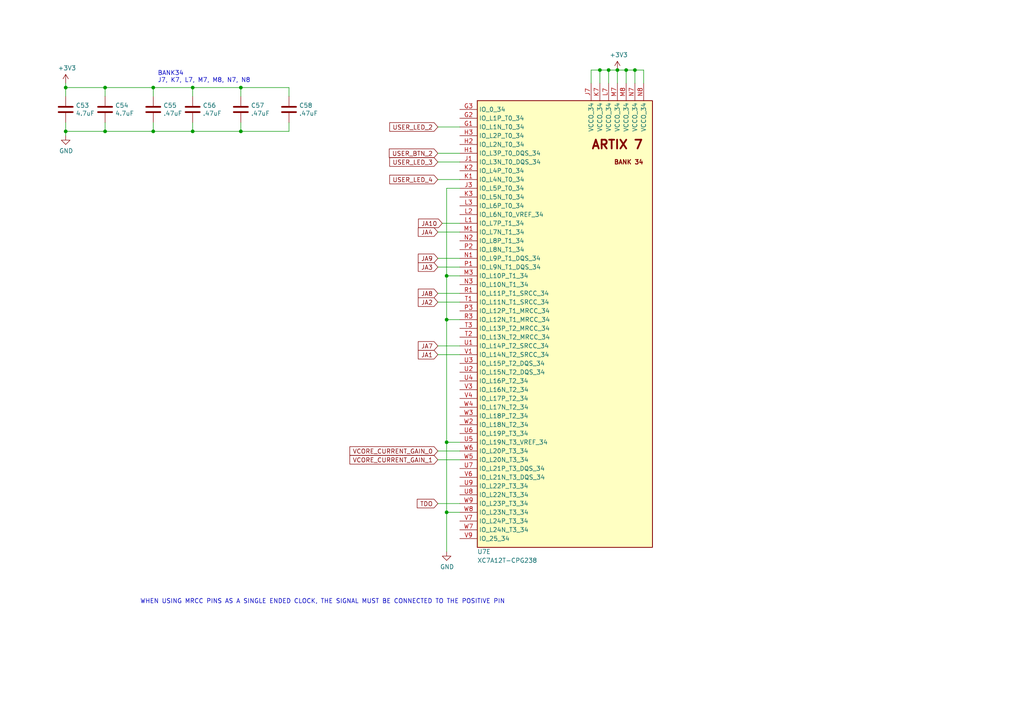
<source format=kicad_sch>
(kicad_sch (version 20230121) (generator eeschema)
  (paper "A4")
  (title_block (title "FOBOS Artix-7 a12t DUT - FPGA Part 2") (rev "1.0") (company "Cryptographic Engineering Research Group") (comment 1 "License: Apache License Version 2.0") (comment 2 "Copyright © Cryptographic Engineering Research Group") (comment 3 "Author: Jens-Peter Kaps, Eddie Ferrufino") (comment 4 "Project: FOBOS Artix-7 a12t DUT"))
  (lib_symbols
    (symbol "Device:C" (pin_numbers hide) (pin_names (offset 0.254))
      (property "Reference" "C" (at 0.635 2.54 0))
      (property "Value" "C" (at 0.635 -2.54 0))
      (symbol "C_0_1"
        (polyline (pts (xy -2.032 -0.762) (xy 2.032 -0.762)) (stroke (width 0.508)))
        (polyline (pts (xy -2.032 0.762) (xy 2.032 0.762)) (stroke (width 0.508)))
      )
      (symbol "C_1_1"
        (pin passive line (at 0 3.81 270) (length 2.794) (name "~") (number "1"))
        (pin passive line (at 0 -3.81 90) (length 2.794) (name "~") (number "2"))
      )
    )
    (symbol "cerg:XC7A12T-CPG238"
      (property "Reference" "U" (at 5.08 7.62 0))
      (property "Value" "XC7A12T-CPG238" (at 5.08 5.08 0))
      (symbol "XC7A12T-CPG238_1_0"
        (text "ARTIX 7" (at 30.48 -10.16 0) (effects (font (size 2.54 2.54) bold)))
        (text "POWER" (at 30.48 -15.24 0) (effects (font (size 1.27 1.27) bold)))
        (pin power_in line (at 0 -31.75 0) (length 5.08) (name "GND") (number "A1"))
        (pin power_in line (at 66.04 -36.83 180) (length 5.08) (name "GND") (number "A19"))
        (pin power_in line (at 66.04 -31.75 180) (length 5.08) (name "GND") (number "A3"))
        (pin power_in line (at 0 -34.29 0) (length 5.08) (name "GND") (number "A5"))
        (pin power_in line (at 66.04 -34.29 180) (length 5.08) (name "GND") (number "A7"))
        (pin power_in line (at 0 -36.83 0) (length 5.08) (name "GND") (number "A9"))
        (pin bidirectional line (at 0 -20.32 0) (length 5.08) (name "MGTAVTT") (number "B1"))
        (pin power_in line (at 0 -44.45 0) (length 5.08) (name "GND") (number "B14"))
        (pin power_in line (at 0 -39.37 0) (length 5.08) (name "GND") (number "B3"))
        (pin power_in line (at 66.04 -39.37 180) (length 5.08) (name "GND") (number "B5"))
        (pin power_in line (at 0 -41.91 0) (length 5.08) (name "GND") (number "B7"))
        (pin power_in line (at 66.04 -41.91 180) (length 5.08) (name "GND") (number "B9"))
        (pin power_in line (at 0 -7.62 0) (length 5.08) (name "MGTAVCC") (number "C1"))
        (pin power_in line (at 66.04 -49.53 180) (length 5.08) (name "GND") (number "C10"))
        (pin power_in line (at 0 -52.07 0) (length 5.08) (name "GND") (number "C19"))
        (pin power_in line (at 66.04 -44.45 180) (length 5.08) (name "GND") (number "C2"))
        (pin power_in line (at 0 -46.99 0) (length 5.08) (name "GND") (number "C3"))
        (pin power_in line (at 66.04 -46.99 180) (length 5.08) (name "GND") (number "C4"))
        (pin bidirectional line (at 0 -22.86 0) (length 5.08) (name "MGTAVTT") (number "C5"))
        (pin power_in line (at 0 -49.53 0) (length 5.08) (name "GND") (number "C6"))
        (pin power_in line (at 66.04 -52.07 180) (length 5.08) (name "GND") (number "D3"))
        (pin power_in line (at 0 -10.16 0) (length 5.08) (name "MGTAVCC") (number "E1"))
        (pin bidirectional line (at 0 -17.78 0) (length 5.08) (name "MGTAVTT") (number "E2"))
        (pin power_in line (at 0 -54.61 0) (length 5.08) (name "GND") (number "E3"))
        (pin power_in line (at 66.04 -54.61 180) (length 5.08) (name "GND") (number "F1"))
        (pin power_in line (at 0 -59.69 0) (length 5.08) (name "GND") (number "F18"))
        (pin power_in line (at 0 -57.15 0) (length 5.08) (name "GND") (number "F2"))
        (pin power_in line (at 66.04 -57.15 180) (length 5.08) (name "GND") (number "F3"))
        (pin power_in line (at 66.04 0 180) (length 5.08) (name "VCCINT") (number "G10"))
        (pin power_in line (at 0 -62.23 0) (length 5.08) (name "GND") (number "G11"))
        (pin bidirectional line (at 0 -25.4 0) (length 5.08) (name "MGTAVTT") (number "G7"))
        (pin power_in line (at 66.04 -59.69 180) (length 5.08) (name "GND") (number "G8"))
        (pin power_in line (at 0 -12.7 0) (length 5.08) (name "MGTAVCC") (number "G9"))
        (pin power_in line (at 66.04 -2.54 180) (length 5.08) (name "VCCINT") (number "H10"))
        (pin power_in line (at 66.04 -64.77 180) (length 5.08) (name "GND") (number "H11"))
        (pin power_in line (at 0 -67.31 0) (length 5.08) (name "GND") (number "H12"))
        (pin power_in line (at 0 0 0) (length 5.08) (name "VCCAUX") (number "H13"))
        (pin power_in line (at 66.04 -62.23 180) (length 5.08) (name "GND") (number "H7"))
        (pin power_in line (at 0 -64.77 0) (length 5.08) (name "GND") (number "H8"))
        (pin power_in line (at 0 -15.24 0) (length 5.08) (name "MGTAVCC") (number "H9"))
        (pin power_in line (at 66.04 -5.08 180) (length 5.08) (name "VCCINT") (number "J10"))
        (pin power_in line (at 0 -72.39 0) (length 5.08) (name "GND") (number "J11"))
        (pin power_in line (at 66.04 -72.39 180) (length 5.08) (name "GND") (number "J12"))
        (pin power_in line (at 0 -2.54 0) (length 5.08) (name "VCCAUX") (number "J13"))
        (pin power_in line (at 0 -74.93 0) (length 5.08) (name "GND") (number "J18"))
        (pin power_in line (at 66.04 -67.31 180) (length 5.08) (name "GND") (number "J2"))
        (pin power_in line (at 0 -69.85 0) (length 5.08) (name "GND") (number "J8"))
        (pin power_in line (at 66.04 -69.85 180) (length 5.08) (name "GND") (number "J9"))
        (pin power_in line (at 66.04 -74.93 180) (length 5.08) (name "GND") (number "K8"))
        (pin power_in line (at 66.04 -7.62 180) (length 5.08) (name "VCCINT") (number "L10"))
        (pin power_in line (at 0 -80.01 0) (length 5.08) (name "GND") (number "L11"))
        (pin power_in line (at 0 -77.47 0) (length 5.08) (name "GND") (number "L8"))
        (pin power_in line (at 66.04 -77.47 180) (length 5.08) (name "GND") (number "L9"))
        (pin power_in line (at 66.04 -10.16 180) (length 5.08) (name "VCCINT") (number "M10"))
        (pin power_in line (at 66.04 -19.05 180) (length 5.08) (name "VCCBRAM") (number "M11"))
        (pin power_in line (at 66.04 -82.55 180) (length 5.08) (name "GND") (number "M18"))
        (pin power_in line (at 66.04 -80.01 180) (length 5.08) (name "GND") (number "M2"))
        (pin power_in line (at 0 -82.55 0) (length 5.08) (name "GND") (number "M9"))
        (pin power_in line (at 66.04 -12.7 180) (length 5.08) (name "VCCINT") (number "N10"))
        (pin power_in line (at 66.04 -16.51 180) (length 5.08) (name "VCCBRAM") (number "N11"))
        (pin power_in line (at 66.04 -85.09 180) (length 5.08) (name "GND") (number "N12"))
        (pin power_in line (at 0 -85.09 0) (length 5.08) (name "GND") (number "N9"))
        (pin power_in line (at 66.04 -87.63 180) (length 5.08) (name "GND") (number "R18"))
        (pin power_in line (at 0 -87.63 0) (length 5.08) (name "GND") (number "R2"))
        (pin power_in line (at 66.04 -92.71 180) (length 5.08) (name "GND") (number "V12"))
        (pin power_in line (at 0 -95.25 0) (length 5.08) (name "GND") (number "V15"))
        (pin power_in line (at 66.04 -95.25 180) (length 5.08) (name "GND") (number "V18"))
        (pin power_in line (at 0 -90.17 0) (length 5.08) (name "GND") (number "V2"))
        (pin power_in line (at 66.04 -90.17 180) (length 5.08) (name "GND") (number "V5"))
        (pin power_in line (at 0 -92.71 0) (length 5.08) (name "GND") (number "V8"))
        (pin power_in line (at 0 -97.79 0) (length 5.08) (name "GND") (number "W1"))
        (pin power_in line (at 66.04 -97.79 180) (length 5.08) (name "GND") (number "W19"))
      )
      (symbol "XC7A12T-CPG238_1_1"
        (rectangle (start 5.08 -100.33) (end 60.96 2.54) (stroke (width 0.254)) (fill (type background)))
      )
      (symbol "XC7A12T-CPG238_2_0"
        (text "ARTIX 7" (at 53.34 -10.16 0) (effects (font (size 2.54 2.54) bold) (justify right)))
        (text "BANK 0" (at 53.34 -15.24 0) (effects (font (size 1.27 1.27) bold) (justify right)))
        (pin bidirectional line (at 0 -50.8 0) (length 5.08) (name "DXP_0") (number "A11"))
        (pin bidirectional line (at 0 -40.64 0) (length 5.08) (name "VP_0") (number "A12"))
        (pin bidirectional line (at 0 -43.18 0) (length 5.08) (name "VREFN_0") (number "A13"))
        (pin bidirectional line (at 0 -48.26 0) (length 5.08) (name "DXN_0") (number "B11"))
        (pin bidirectional line (at 0 -45.72 0) (length 5.08) (name "VREFP_0") (number "B12"))
        (pin bidirectional line (at 0 -38.1 0) (length 5.08) (name "VN_0") (number "B13"))
        (pin bidirectional line (at 0 -2.54 0) (length 5.08) (name "CCLK_0") (number "C11"))
        (pin power_in line (at 45.72 -57.15 90) (length 5.08) (name "GNDADC_0") (number "C12"))
        (pin power_in line (at 45.72 7.62 270) (length 5.08) (name "VCCADC_0") (number "C13"))
        (pin bidirectional line (at 0 -27.94 0) (length 5.08) (name "TCK_0") (number "C8"))
        (pin power_in line (at 48.26 7.62 270) (length 5.08) (name "VCCBATT_0") (number "C9"))
        (pin power_in line (at 50.8 7.62 270) (length 5.08) (name "VCCO_0") (number "G12"))
        (pin bidirectional line (at 0 -12.7 0) (length 5.08) (name "PROGRAM_B_0") (number "U10"))
        (pin bidirectional line (at 0 -7.62 0) (length 5.08) (name "DONE_0") (number "U11"))
        (pin bidirectional line (at 0 -5.08 0) (length 5.08) (name "CFGBVS_0") (number "U12"))
        (pin bidirectional line (at 0 -22.86 0) (length 5.08) (name "M2_0") (number "U13"))
        (pin bidirectional line (at 0 -33.02 0) (length 5.08) (name "TDO_0") (number "V10"))
        (pin power_in line (at 53.34 7.62 270) (length 5.08) (name "VCCO_0") (number "V11"))
        (pin bidirectional line (at 0 -17.78 0) (length 5.08) (name "M0_0") (number "V13"))
        (pin bidirectional line (at 0 -35.56 0) (length 5.08) (name "TMS_0") (number "W10"))
        (pin bidirectional line (at 0 -30.48 0) (length 5.08) (name "TDI_0") (number "W11"))
        (pin bidirectional line (at 0 -10.16 0) (length 5.08) (name "INIT_B_0") (number "W12"))
        (pin bidirectional line (at 0 -20.32 0) (length 5.08) (name "M1_0") (number "W13"))
      )
      (symbol "XC7A12T-CPG238_2_1"
        (rectangle (start 5.08 -52.07) (end 55.88 2.54) (stroke (width 0.254)) (fill (type background)))
      )
      (symbol "XC7A12T-CPG238_3_0"
        (rectangle (start 5.08 2.54) (end 55.88 -127) (stroke (width 0.254)) (fill (type background)))
        (text "ARTIX 7" (at 53.34 -10.16 0) (effects (font (size 2.54 2.54) bold) (justify right)))
        (text "BANK 14" (at 53.34 -15.24 0) (effects (font (size 1.27 1.27) bold) (justify right)))
        (pin bidirectional line (at 0 0 0) (length 5.08) (name "IO_0_14") (number "D17"))
        (pin bidirectional line (at 0 -2.54 0) (length 5.08) (name "IO_L1P_T0_D00_MOSI_14") (number "D18"))
        (pin bidirectional line (at 0 -5.08 0) (length 5.08) (name "IO_L1N_T0_D01_DIN_14") (number "D19"))
        (pin bidirectional line (at 0 -12.7 0) (length 5.08) (name "IO_L3P_T0_DQS_PUDC_B_14") (number "E17"))
        (pin bidirectional line (at 0 -15.24 0) (length 5.08) (name "IO_L3N_T0_DQS_EMCCLK_14") (number "E18"))
        (pin bidirectional line (at 0 -7.62 0) (length 5.08) (name "IO_L2P_T0_D02_14") (number "E19"))
        (pin bidirectional line (at 0 -22.86 0) (length 5.08) (name "IO_L5P_T0_D06_14") (number "F17"))
        (pin bidirectional line (at 0 -10.16 0) (length 5.08) (name "IO_L2N_T0_D03_14") (number "F19"))
        (pin bidirectional line (at 0 -25.4 0) (length 5.08) (name "IO_L5N_T0_D07_14") (number "G17"))
        (pin bidirectional line (at 0 -17.78 0) (length 5.08) (name "IO_L4P_T0_D04_14") (number "G18"))
        (pin bidirectional line (at 0 -27.94 0) (length 5.08) (name "IO_L6P_T0_FCS_B_14") (number "G19"))
        (pin bidirectional line (at 0 -33.02 0) (length 5.08) (name "IO_L7P_T1_D09_14") (number "H17"))
        (pin bidirectional line (at 0 -20.32 0) (length 5.08) (name "IO_L4N_T0_D05_14") (number "H18"))
        (pin bidirectional line (at 0 -30.48 0) (length 5.08) (name "IO_L6N_T0_D08_VREF_14") (number "H19"))
        (pin bidirectional line (at 0 -35.56 0) (length 5.08) (name "IO_L7N_T1_D10_14") (number "J17"))
        (pin bidirectional line (at 0 -38.1 0) (length 5.08) (name "IO_L8P_T1_D11_14") (number "J19"))
        (pin power_in line (at 38.1 7.62 270) (length 5.08) (name "VCCO_14") (number "K12"))
        (pin power_in line (at 40.64 7.62 270) (length 5.08) (name "VCCO_14") (number "K13"))
        (pin bidirectional line (at 0 -58.42 0) (length 5.08) (name "IO_L12P_T1_MRCC_14") (number "K17"))
        (pin bidirectional line (at 0 -53.34 0) (length 5.08) (name "IO_L11P_T1_SRCC_14") (number "K18"))
        (pin bidirectional line (at 0 -40.64 0) (length 5.08) (name "IO_L8N_T1_D12_14") (number "K19"))
        (pin power_in line (at 43.18 7.62 270) (length 5.08) (name "VCCO_14") (number "L12"))
        (pin power_in line (at 45.72 7.62 270) (length 5.08) (name "VCCO_14") (number "L13"))
        (pin bidirectional line (at 0 -60.96 0) (length 5.08) (name "IO_L12N_T1_MRCC_14") (number "L17"))
        (pin bidirectional line (at 0 -55.88 0) (length 5.08) (name "IO_L11N_T1_SRCC_14") (number "L18"))
        (pin bidirectional line (at 0 -43.18 0) (length 5.08) (name "IO_L9P_T1_DQS_14") (number "L19"))
        (pin power_in line (at 48.26 7.62 270) (length 5.08) (name "VCCO_14") (number "M12"))
        (pin power_in line (at 50.8 7.62 270) (length 5.08) (name "VCCO_14") (number "M13"))
        (pin bidirectional line (at 0 -48.26 0) (length 5.08) (name "IO_L10P_T1_D14_14") (number "M17"))
        (pin bidirectional line (at 0 -45.72 0) (length 5.08) (name "IO_L9N_T1_DQS_D13_14") (number "M19"))
        (pin power_in line (at 53.34 7.62 270) (length 5.08) (name "VCCO_14") (number "N13"))
        (pin bidirectional line (at 0 -68.58 0) (length 5.08) (name "IO_L14P_T2_SRCC_14") (number "N17"))
        (pin bidirectional line (at 0 -50.8 0) (length 5.08) (name "IO_L10N_T1_D15_14") (number "N18"))
        (pin bidirectional line (at 0 -63.5 0) (length 5.08) (name "IO_L13P_T2_MRCC_14") (number "N19"))
        (pin bidirectional line (at 0 -83.82 0) (length 5.08) (name "IO_L17P_T2_A14_D30_14") (number "P17"))
        (pin bidirectional line (at 0 -71.12 0) (length 5.08) (name "IO_L14N_T2_SRCC_14") (number "P18"))
        (pin bidirectional line (at 0 -66.04 0) (length 5.08) (name "IO_L13N_T2_MRCC_14") (number "P19"))
        (pin bidirectional line (at 0 -86.36 0) (length 5.08) (name "IO_L17N_T2_A13_D29_14") (number "R17"))
        (pin bidirectional line (at 0 -73.66 0) (length 5.08) (name "IO_L15P_T2_DQS_RDWR_B_14") (number "R19"))
        (pin bidirectional line (at 0 -88.9 0) (length 5.08) (name "IO_L18P_T2_A12_D28_14") (number "T17"))
        (pin bidirectional line (at 0 -91.44 0) (length 5.08) (name "IO_L18N_T2_A11_D27_14") (number "T18"))
        (pin bidirectional line (at 0 -76.2 0) (length 5.08) (name "IO_L15N_T2_DQS_DOUT_CSO_B_14") (number "T19"))
        (pin bidirectional line (at 0 -124.46 0) (length 5.08) (name "IO_25_14") (number "U14"))
        (pin bidirectional line (at 0 -109.22 0) (length 5.08) (name "IO_L22P_T3_A05_D21_14") (number "U15"))
        (pin bidirectional line (at 0 -111.76 0) (length 5.08) (name "IO_L22N_T3_A04_D20_14") (number "U16"))
        (pin bidirectional line (at 0 -93.98 0) (length 5.08) (name "IO_L19P_T3_A10_D26_14") (number "U17"))
        (pin bidirectional line (at 0 -96.52 0) (length 5.08) (name "IO_L19N_T3_A09_D25_VREF_14") (number "U18"))
        (pin bidirectional line (at 0 -78.74 0) (length 5.08) (name "IO_L16P_T2_CSI_B_14") (number "U19"))
        (pin bidirectional line (at 0 -114.3 0) (length 5.08) (name "IO_L23P_T3_A03_D19_14") (number "V14"))
        (pin bidirectional line (at 0 -104.14 0) (length 5.08) (name "IO_L21P_T3_DQS_14") (number "V16"))
        (pin bidirectional line (at 0 -106.68 0) (length 5.08) (name "IO_L21N_T3_DQS_A06_D22_14") (number "V17"))
        (pin bidirectional line (at 0 -81.28 0) (length 5.08) (name "IO_L16N_T2_A15_D31_14") (number "V19"))
        (pin bidirectional line (at 0 -116.84 0) (length 5.08) (name "IO_L23N_T3_A02_D18_14") (number "W14"))
        (pin bidirectional line (at 0 -119.38 0) (length 5.08) (name "IO_L24P_T3_A01_D17_14") (number "W15"))
        (pin bidirectional line (at 0 -121.92 0) (length 5.08) (name "IO_L24N_T3_A00_D16_14") (number "W16"))
        (pin bidirectional line (at 0 -99.06 0) (length 5.08) (name "IO_L20P_T3_A08_D24_14") (number "W17"))
        (pin bidirectional line (at 0 -101.6 0) (length 5.08) (name "IO_L20N_T3_A07_D23_14") (number "W18"))
      )
      (symbol "XC7A12T-CPG238_4_0"
        (rectangle (start 5.08 2.54) (end 55.88 -30.48) (stroke (width 0.254)) (fill (type background)))
        (text "ARTIX 7" (at 53.34 -10.16 0) (effects (font (size 2.54 2.54) bold) (justify right)))
        (text "BANK 15" (at 53.34 -15.24 0) (effects (font (size 1.27 1.27) bold) (justify right)))
        (pin bidirectional line (at 0 -2.54 0) (length 5.08) (name "IO_L10P_T1_AD4P_15") (number "A14"))
        (pin bidirectional line (at 0 -5.08 0) (length 5.08) (name "IO_L10N_T1_AD4N_15") (number "A15"))
        (pin bidirectional line (at 0 -10.16 0) (length 5.08) (name "IO_L11N_T1_SRCC_AD12N_15") (number "A16"))
        (pin bidirectional line (at 0 0 0) (length 5.08) (name "IO_L6N_T0_VREF_15") (number "A17"))
        (pin bidirectional line (at 0 -25.4 0) (length 5.08) (name "IO_L14N_T2_SRCC_15") (number "A18"))
        (pin bidirectional line (at 0 -15.24 0) (length 5.08) (name "IO_L12N_T1_MRCC_AD5N_15") (number "B15"))
        (pin bidirectional line (at 0 -7.62 0) (length 5.08) (name "IO_L11P_T1_SRCC_AD12P_15") (number "B16"))
        (pin bidirectional line (at 0 -20.32 0) (length 5.08) (name "IO_L13N_T2_MRCC_15") (number "B17"))
        (pin bidirectional line (at 0 -22.86 0) (length 5.08) (name "IO_L14P_T2_SRCC_15") (number "B18"))
        (pin power_in line (at 45.72 7.62 270) (length 5.08) (name "VCCO_15") (number "B19"))
        (pin power_in line (at 48.26 7.62 270) (length 5.08) (name "VCCO_15") (number "C14"))
        (pin bidirectional line (at 0 -12.7 0) (length 5.08) (name "IO_L12P_T1_MRCC_AD5P_15") (number "C15"))
        (pin bidirectional line (at 0 -17.78 0) (length 5.08) (name "IO_L13P_T2_MRCC_15") (number "C16"))
        (pin bidirectional line (at 0 -27.94 0) (length 5.08) (name "IO_L19N_T3_A21_VREF_15") (number "C17"))
        (pin power_in line (at 50.8 7.62 270) (length 5.08) (name "VCCO_15") (number "C18"))
        (pin power_in line (at 53.34 7.62 270) (length 5.08) (name "VCCO_15") (number "G13"))
      )
      (symbol "XC7A12T-CPG238_5_0"
        (rectangle (start 5.08 2.54) (end 55.88 -127) (stroke (width 0.254)) (fill (type background)))
        (text "ARTIX 7" (at 53.34 -10.16 0) (effects (font (size 2.54 2.54) bold) (justify right)))
        (text "BANK 34" (at 53.34 -15.24 0) (effects (font (size 1.27 1.27) bold) (justify right)))
        (pin bidirectional line (at 0 -5.08 0) (length 5.08) (name "IO_L1N_T0_34") (number "G1"))
        (pin bidirectional line (at 0 -2.54 0) (length 5.08) (name "IO_L1P_T0_34") (number "G2"))
        (pin bidirectional line (at 0 0 0) (length 5.08) (name "IO_0_34") (number "G3"))
        (pin bidirectional line (at 0 -12.7 0) (length 5.08) (name "IO_L3P_T0_DQS_34") (number "H1"))
        (pin bidirectional line (at 0 -10.16 0) (length 5.08) (name "IO_L2N_T0_34") (number "H2"))
        (pin bidirectional line (at 0 -7.62 0) (length 5.08) (name "IO_L2P_T0_34") (number "H3"))
        (pin bidirectional line (at 0 -15.24 0) (length 5.08) (name "IO_L3N_T0_DQS_34") (number "J1"))
        (pin bidirectional line (at 0 -22.86 0) (length 5.08) (name "IO_L5P_T0_34") (number "J3"))
        (pin power_in line (at 38.1 7.62 270) (length 5.08) (name "VCCO_34") (number "J7"))
        (pin bidirectional line (at 0 -20.32 0) (length 5.08) (name "IO_L4N_T0_34") (number "K1"))
        (pin bidirectional line (at 0 -17.78 0) (length 5.08) (name "IO_L4P_T0_34") (number "K2"))
        (pin bidirectional line (at 0 -25.4 0) (length 5.08) (name "IO_L5N_T0_34") (number "K3"))
        (pin power_in line (at 40.64 7.62 270) (length 5.08) (name "VCCO_34") (number "K7"))
        (pin bidirectional line (at 0 -33.02 0) (length 5.08) (name "IO_L7P_T1_34") (number "L1"))
        (pin bidirectional line (at 0 -30.48 0) (length 5.08) (name "IO_L6N_T0_VREF_34") (number "L2"))
        (pin bidirectional line (at 0 -27.94 0) (length 5.08) (name "IO_L6P_T0_34") (number "L3"))
        (pin power_in line (at 43.18 7.62 270) (length 5.08) (name "VCCO_34") (number "L7"))
        (pin bidirectional line (at 0 -35.56 0) (length 5.08) (name "IO_L7N_T1_34") (number "M1"))
        (pin bidirectional line (at 0 -48.26 0) (length 5.08) (name "IO_L10P_T1_34") (number "M3"))
        (pin power_in line (at 45.72 7.62 270) (length 5.08) (name "VCCO_34") (number "M7"))
        (pin power_in line (at 48.26 7.62 270) (length 5.08) (name "VCCO_34") (number "M8"))
        (pin bidirectional line (at 0 -43.18 0) (length 5.08) (name "IO_L9P_T1_DQS_34") (number "N1"))
        (pin bidirectional line (at 0 -38.1 0) (length 5.08) (name "IO_L8P_T1_34") (number "N2"))
        (pin bidirectional line (at 0 -50.8 0) (length 5.08) (name "IO_L10N_T1_34") (number "N3"))
        (pin power_in line (at 50.8 7.62 270) (length 5.08) (name "VCCO_34") (number "N7"))
        (pin power_in line (at 53.34 7.62 270) (length 5.08) (name "VCCO_34") (number "N8"))
        (pin bidirectional line (at 0 -45.72 0) (length 5.08) (name "IO_L9N_T1_DQS_34") (number "P1"))
        (pin bidirectional line (at 0 -40.64 0) (length 5.08) (name "IO_L8N_T1_34") (number "P2"))
        (pin bidirectional line (at 0 -58.42 0) (length 5.08) (name "IO_L12P_T1_MRCC_34") (number "P3"))
        (pin bidirectional line (at 0 -53.34 0) (length 5.08) (name "IO_L11P_T1_SRCC_34") (number "R1"))
        (pin bidirectional line (at 0 -60.96 0) (length 5.08) (name "IO_L12N_T1_MRCC_34") (number "R3"))
        (pin bidirectional line (at 0 -55.88 0) (length 5.08) (name "IO_L11N_T1_SRCC_34") (number "T1"))
        (pin bidirectional line (at 0 -66.04 0) (length 5.08) (name "IO_L13N_T2_MRCC_34") (number "T2"))
        (pin bidirectional line (at 0 -63.5 0) (length 5.08) (name "IO_L13P_T2_MRCC_34") (number "T3"))
        (pin bidirectional line (at 0 -68.58 0) (length 5.08) (name "IO_L14P_T2_SRCC_34") (number "U1"))
        (pin bidirectional line (at 0 -76.2 0) (length 5.08) (name "IO_L15N_T2_DQS_34") (number "U2"))
        (pin bidirectional line (at 0 -73.66 0) (length 5.08) (name "IO_L15P_T2_DQS_34") (number "U3"))
        (pin bidirectional line (at 0 -78.74 0) (length 5.08) (name "IO_L16P_T2_34") (number "U4"))
        (pin bidirectional line (at 0 -96.52 0) (length 5.08) (name "IO_L19N_T3_VREF_34") (number "U5"))
        (pin bidirectional line (at 0 -93.98 0) (length 5.08) (name "IO_L19P_T3_34") (number "U6"))
        (pin bidirectional line (at 0 -104.14 0) (length 5.08) (name "IO_L21P_T3_DQS_34") (number "U7"))
        (pin bidirectional line (at 0 -111.76 0) (length 5.08) (name "IO_L22N_T3_34") (number "U8"))
        (pin bidirectional line (at 0 -109.22 0) (length 5.08) (name "IO_L22P_T3_34") (number "U9"))
        (pin bidirectional line (at 0 -71.12 0) (length 5.08) (name "IO_L14N_T2_SRCC_34") (number "V1"))
        (pin bidirectional line (at 0 -81.28 0) (length 5.08) (name "IO_L16N_T2_34") (number "V3"))
        (pin bidirectional line (at 0 -83.82 0) (length 5.08) (name "IO_L17P_T2_34") (number "V4"))
        (pin bidirectional line (at 0 -106.68 0) (length 5.08) (name "IO_L21N_T3_DQS_34") (number "V6"))
        (pin bidirectional line (at 0 -119.38 0) (length 5.08) (name "IO_L24P_T3_34") (number "V7"))
        (pin bidirectional line (at 0 -124.46 0) (length 5.08) (name "IO_25_34") (number "V9"))
        (pin bidirectional line (at 0 -91.44 0) (length 5.08) (name "IO_L18N_T2_34") (number "W2"))
        (pin bidirectional line (at 0 -88.9 0) (length 5.08) (name "IO_L18P_T2_34") (number "W3"))
        (pin bidirectional line (at 0 -86.36 0) (length 5.08) (name "IO_L17N_T2_34") (number "W4"))
        (pin bidirectional line (at 0 -101.6 0) (length 5.08) (name "IO_L20N_T3_34") (number "W5"))
        (pin bidirectional line (at 0 -99.06 0) (length 5.08) (name "IO_L20P_T3_34") (number "W6"))
        (pin bidirectional line (at 0 -121.92 0) (length 5.08) (name "IO_L24N_T3_34") (number "W7"))
        (pin bidirectional line (at 0 -116.84 0) (length 5.08) (name "IO_L23N_T3_34") (number "W8"))
        (pin bidirectional line (at 0 -114.3 0) (length 5.08) (name "IO_L23P_T3_34") (number "W9"))
      )
      (symbol "XC7A12T-CPG238_6_0"
        (rectangle (start 5.08 2.54) (end 55.88 -33.02) (stroke (width 0.254)) (fill (type background)))
        (text "ARTIX 7" (at 53.34 -10.16 0) (effects (font (size 2.54 2.54) bold) (justify right)))
        (text "BANK 216" (at 53.34 -15.24 0) (effects (font (size 1.27 1.27) bold) (justify right)))
        (pin bidirectional line (at 0 -25.4 0) (length 5.08) (name "MGTREFCLK1N_216") (number "A10"))
        (pin bidirectional line (at 0 -12.7 0) (length 5.08) (name "MGTPTXN1_216") (number "A2"))
        (pin bidirectional line (at 0 0 0) (length 5.08) (name "MGTPRXN0_216") (number "A4"))
        (pin bidirectional line (at 0 -2.54 0) (length 5.08) (name "MGTPRXN1_216") (number "A6"))
        (pin bidirectional line (at 0 -20.32 0) (length 5.08) (name "MGTREFCLK0N_216") (number "A8"))
        (pin bidirectional line (at 0 -27.94 0) (length 5.08) (name "MGTREFCLK1P_216") (number "B10"))
        (pin bidirectional line (at 0 -17.78 0) (length 5.08) (name "MGTPTXP1_216") (number "B2"))
        (pin bidirectional line (at 0 -5.08 0) (length 5.08) (name "MGTPRXP0_216") (number "B4"))
        (pin bidirectional line (at 0 -7.62 0) (length 5.08) (name "MGTPRXP1_216") (number "B6"))
        (pin bidirectional line (at 0 -22.86 0) (length 5.08) (name "MGTREFCLK0P_216") (number "B8"))
        (pin bidirectional line (at 0 -30.48 0) (length 5.08) (name "MGTRREF_216") (number "C7"))
        (pin bidirectional line (at 0 -10.16 0) (length 5.08) (name "MGTPTXN0_216") (number "D1"))
        (pin bidirectional line (at 0 -15.24 0) (length 5.08) (name "MGTPTXP0_216") (number "D2"))
      )
    )
    (symbol "power:+3V3" (power) (pin_names (offset 0))
      (property "Value" "+3V3" (at 0 3.556 0))
      (symbol "+3V3_0_1"
        (polyline (pts (xy -0.762 1.27) (xy 0 2.54)))
        (polyline (pts (xy 0 0) (xy 0 2.54)))
        (polyline (pts (xy 0 2.54) (xy 0.762 1.27)))
      )
      (symbol "+3V3_1_1"
        (pin power_in line (at 0 0 90) (length 0) hide (name "+3V3") (number "1"))
      )
    )
    (symbol "power:GND" (power) (pin_names (offset 0))
      (property "Value" "GND" (at 0 -3.81 0))
      (symbol "GND_0_1"
        (polyline (pts (xy 0 0) (xy 0 -1.27) (xy 1.27 -1.27) (xy 0 -2.54) (xy -1.27 -1.27) (xy 0 -1.27)))
      )
      (symbol "GND_1_1"
        (pin power_in line (at 0 0 270) (length 0) hide (name "GND") (number "1"))
      )
    )
  )
  (junction (at 44.45 38.1))
  (junction (at 176.53 20.32))
  (junction (at 173.99 20.32))
  (junction (at 179.07 20.32))
  (junction (at 129.54 92.71))
  (junction (at 181.61 20.32))
  (junction (at 129.54 148.59))
  (junction (at 30.48 25.4))
  (junction (at 19.05 38.1))
  (junction (at 44.45 25.4))
  (junction (at 184.15 20.32))
  (junction (at 30.48 38.1))
  (junction (at 55.88 38.1))
  (junction (at 19.05 25.4))
  (junction (at 69.85 38.1))
  (junction (at 129.54 128.27))
  (junction (at 129.54 80.01))
  (junction (at 55.88 25.4))
  (junction (at 69.85 25.4))
  (wire (pts (xy 133.35 80.01) (xy 129.54 80.01)))
  (wire (pts (xy 128.27 64.77) (xy 133.35 64.77)))
  (wire (pts (xy 133.35 87.63) (xy 127 87.63)))
  (wire (pts (xy 127 130.81) (xy 133.35 130.81)))
  (wire (pts (xy 127 85.09) (xy 133.35 85.09)))
  (wire (pts (xy 173.99 24.13) (xy 173.99 20.32)))
  (wire (pts (xy 19.05 39.37) (xy 19.05 38.1)))
  (wire (pts (xy 30.48 35.56) (xy 30.48 38.1)))
  (wire (pts (xy 186.69 20.32) (xy 184.15 20.32)))
  (wire (pts (xy 83.82 25.4) (xy 69.85 25.4)))
  (wire (pts (xy 30.48 38.1) (xy 19.05 38.1)))
  (wire (pts (xy 133.35 146.05) (xy 127 146.05)))
  (wire (pts (xy 69.85 38.1) (xy 55.88 38.1)))
  (wire (pts (xy 44.45 38.1) (xy 30.48 38.1)))
  (wire (pts (xy 186.69 24.13) (xy 186.69 20.32)))
  (wire (pts (xy 171.45 24.13) (xy 171.45 20.32)))
  (wire (pts (xy 19.05 38.1) (xy 19.05 35.56)))
  (wire (pts (xy 129.54 92.71) (xy 129.54 128.27)))
  (wire (pts (xy 173.99 20.32) (xy 176.53 20.32)))
  (wire (pts (xy 127 102.87) (xy 133.35 102.87)))
  (wire (pts (xy 69.85 25.4) (xy 55.88 25.4)))
  (wire (pts (xy 133.35 148.59) (xy 129.54 148.59)))
  (wire (pts (xy 44.45 27.94) (xy 44.45 25.4)))
  (wire (pts (xy 184.15 20.32) (xy 181.61 20.32)))
  (wire (pts (xy 55.88 25.4) (xy 44.45 25.4)))
  (wire (pts (xy 44.45 25.4) (xy 30.48 25.4)))
  (wire (pts (xy 55.88 35.56) (xy 55.88 38.1)))
  (wire (pts (xy 133.35 36.83) (xy 127 36.83)))
  (wire (pts (xy 44.45 35.56) (xy 44.45 38.1)))
  (wire (pts (xy 55.88 27.94) (xy 55.88 25.4)))
  (wire (pts (xy 129.54 148.59) (xy 129.54 160.02)))
  (wire (pts (xy 129.54 80.01) (xy 129.54 92.71)))
  (wire (pts (xy 127 77.47) (xy 133.35 77.47)))
  (wire (pts (xy 129.54 128.27) (xy 129.54 148.59)))
  (wire (pts (xy 133.35 54.61) (xy 129.54 54.61)))
  (wire (pts (xy 171.45 20.32) (xy 173.99 20.32)))
  (wire (pts (xy 83.82 38.1) (xy 69.85 38.1)))
  (wire (pts (xy 179.07 20.32) (xy 179.07 24.13)))
  (wire (pts (xy 19.05 25.4) (xy 19.05 27.94)))
  (wire (pts (xy 30.48 25.4) (xy 19.05 25.4)))
  (wire (pts (xy 181.61 24.13) (xy 181.61 20.32)))
  (wire (pts (xy 133.35 128.27) (xy 129.54 128.27)))
  (wire (pts (xy 69.85 35.56) (xy 69.85 38.1)))
  (wire (pts (xy 181.61 20.32) (xy 179.07 20.32)))
  (wire (pts (xy 83.82 27.94) (xy 83.82 25.4)))
  (wire (pts (xy 19.05 24.13) (xy 19.05 25.4)))
  (wire (pts (xy 30.48 27.94) (xy 30.48 25.4)))
  (wire (pts (xy 127 74.93) (xy 133.35 74.93)))
  (wire (pts (xy 127 133.35) (xy 133.35 133.35)))
  (wire (pts (xy 83.82 35.56) (xy 83.82 38.1)))
  (wire (pts (xy 69.85 27.94) (xy 69.85 25.4)))
  (wire (pts (xy 133.35 92.71) (xy 129.54 92.71)))
  (wire (pts (xy 184.15 24.13) (xy 184.15 20.32)))
  (wire (pts (xy 133.35 46.99) (xy 127 46.99)))
  (wire (pts (xy 55.88 38.1) (xy 44.45 38.1)))
  (wire (pts (xy 133.35 52.07) (xy 127 52.07)))
  (wire (pts (xy 176.53 24.13) (xy 176.53 20.32)))
  (wire (pts (xy 133.35 100.33) (xy 127 100.33)))
  (wire (pts (xy 176.53 20.32) (xy 179.07 20.32)))
  (wire (pts (xy 127 67.31) (xy 133.35 67.31)))
  (wire (pts (xy 129.54 54.61) (xy 129.54 80.01)))
  (wire (pts (xy 133.35 44.45) (xy 127 44.45)))
  (text "BANK34\nJ7, K7, L7, M7, M8, N7, N8" (at 45.72 24.13 0) (effects (font (size 1.27 1.27)) (justify left bottom)))
  (text "WHEN USING MRCC PINS AS A SINGLE ENDED CLOCK, THE SIGNAL MUST BE CONNECTED TO THE POSITIVE PIN" (at 40.64 175.26 0) (effects (font (size 1.27 1.27)) (justify left bottom)))
  (global_label "JA3" (shape input) (at 127 77.47 180) (property "Intersheetrefs" "${INTERSHEET_REFS}" (effects hide)))
  (global_label "TDO" (shape input) (at 127 146.05 180) (property "Intersheetrefs" "${INTERSHEET_REFS}" (effects hide)))
  (global_label "JA4" (shape input) (at 127 67.31 180) (property "Intersheetrefs" "${INTERSHEET_REFS}" (effects hide)))
  (global_label "USER_LED_4" (shape input) (at 127 52.07 180) (property "Intersheetrefs" "${INTERSHEET_REFS}" (effects hide)))
  (global_label "JA9" (shape input) (at 127 74.93 180) (property "Intersheetrefs" "${INTERSHEET_REFS}" (effects hide)))
  (global_label "JA8" (shape input) (at 127 85.09 180) (property "Intersheetrefs" "${INTERSHEET_REFS}" (effects hide)))
  (global_label "USER_LED_2" (shape input) (at 127 36.83 180) (property "Intersheetrefs" "${INTERSHEET_REFS}" (effects hide)))
  (global_label "JA2" (shape input) (at 127 87.63 180) (property "Intersheetrefs" "${INTERSHEET_REFS}" (effects hide)))
  (global_label "JA7" (shape input) (at 127 100.33 180) (property "Intersheetrefs" "${INTERSHEET_REFS}" (effects hide)))
  (global_label "USER_BTN_2" (shape input) (at 127 44.45 180) (property "Intersheetrefs" "${INTERSHEET_REFS}" (effects hide)))
  (global_label "VCORE_CURRENT_GAIN_0" (shape input) (at 127 130.81 180) (property "Intersheetrefs" "${INTERSHEET_REFS}" (effects hide)))
  (global_label "USER_LED_3" (shape input) (at 127 46.99 180) (property "Intersheetrefs" "${INTERSHEET_REFS}" (effects hide)))
  (global_label "VCORE_CURRENT_GAIN_1" (shape input) (at 127 133.35 180) (property "Intersheetrefs" "${INTERSHEET_REFS}" (effects hide)))
  (global_label "JA10" (shape input) (at 128.27 64.77 180) (property "Intersheetrefs" "${INTERSHEET_REFS}" (effects hide)))
  (global_label "JA1" (shape input) (at 127 102.87 180) (property "Intersheetrefs" "${INTERSHEET_REFS}" (effects hide)))
  (symbol (lib_id "power:+3V3") (at 179.07 20.32 0) (unit 1)
    (property "Reference" "#PWR0104" (effects hide))
    (property "Value" "+3V3" (at 179.451 15.9258 0))
  )
  (symbol (lib_id "cerg:XC7A12T-CPG238") (at 133.35 31.75 0) (unit 5)
    (property "Reference" "U7" (at 138.43 160.02 0) (effects (justify left)))
    (property "Value" "XC7A12T-CPG238" (at 138.43 162.56 0) (effects (justify left)))
    (property "Footprint" "Package_BGA:Xilinx_CPG238" (effects hide))
  )
  (symbol (lib_id "Device:C") (at 19.05 31.75 0) (unit 1)
    (property "Reference" "C53" (at 21.971 30.5816 0) (effects (justify left)))
    (property "Value" "4.7uF" (at 21.971 32.893 0) (effects (justify left)))
    (property "Footprint" "Capacitor_SMD:C_0402_1005Metric_Pad0.74x0.62mm_HandSolder" (effects hide))
    (property "Description" "CAP CER 4.7UF 6.3V X5R 0402" (effects hide))
    (property "MPN" "GRM155R60J475ME87J" (effects hide))
    (property "Manufacturer" "Murata Electronics" (effects hide))
  )
  (symbol (lib_id "Device:C") (at 30.48 31.75 0) (unit 1)
    (property "Reference" "C54" (at 33.401 30.5816 0) (effects (justify left)))
    (property "Value" "4.7uF" (at 33.401 32.893 0) (effects (justify left)))
    (property "Footprint" "Capacitor_SMD:C_0402_1005Metric_Pad0.74x0.62mm_HandSolder" (effects hide))
    (property "Description" "CAP CER 4.7UF 6.3V X5R 0402" (effects hide))
    (property "MPN" "GRM155R60J475ME87J" (effects hide))
    (property "Manufacturer" "Murata Electronics" (effects hide))
  )
  (symbol (lib_id "Device:C") (at 44.45 31.75 0) (unit 1)
    (property "Reference" "C55" (at 47.371 30.5816 0) (effects (justify left)))
    (property "Value" ".47uF" (at 47.371 32.893 0) (effects (justify left)))
    (property "Footprint" "Capacitor_SMD:C_0402_1005Metric_Pad0.74x0.62mm_HandSolder" (effects hide))
    (property "Description" "CAP CER 0.47UF 6.3V X5R 0402" (effects hide))
    (property "MPN" "C0402C474K9PACTU" (effects hide))
    (property "Manufacturer" "KEMET" (effects hide))
  )
  (symbol (lib_id "Device:C") (at 55.88 31.75 0) (unit 1)
    (property "Reference" "C56" (at 58.801 30.5816 0) (effects (justify left)))
    (property "Value" ".47uF" (at 58.801 32.893 0) (effects (justify left)))
    (property "Footprint" "Capacitor_SMD:C_0402_1005Metric_Pad0.74x0.62mm_HandSolder" (effects hide))
    (property "Description" "CAP CER 0.47UF 6.3V X5R 0402" (effects hide))
    (property "MPN" "C0402C474K9PACTU" (effects hide))
    (property "Manufacturer" "KEMET" (effects hide))
  )
  (symbol (lib_id "Device:C") (at 69.85 31.75 0) (unit 1)
    (property "Reference" "C57" (at 72.771 30.5816 0) (effects (justify left)))
    (property "Value" ".47uF" (at 72.771 32.893 0) (effects (justify left)))
    (property "Footprint" "Capacitor_SMD:C_0402_1005Metric_Pad0.74x0.62mm_HandSolder" (effects hide))
    (property "Description" "CAP CER 0.47UF 6.3V X5R 0402" (effects hide))
    (property "MPN" "C0402C474K9PACTU" (effects hide))
    (property "Manufacturer" "KEMET" (effects hide))
  )
  (symbol (lib_id "Device:C") (at 83.82 31.75 0) (unit 1)
    (property "Reference" "C58" (at 86.741 30.5816 0) (effects (justify left)))
    (property "Value" ".47uF" (at 86.741 32.893 0) (effects (justify left)))
    (property "Footprint" "Capacitor_SMD:C_0402_1005Metric_Pad0.74x0.62mm_HandSolder" (effects hide))
    (property "Description" "CAP CER 0.47UF 6.3V X5R 0402" (effects hide))
    (property "MPN" "C0402C474K9PACTU" (effects hide))
    (property "Manufacturer" "KEMET" (effects hide))
  )
  (symbol (lib_id "power:GND") (at 19.05 39.37 0) (unit 1)
    (property "Reference" "#PWR0102" (effects hide))
    (property "Value" "GND" (at 19.177 43.7642 0))
  )
  (symbol (lib_id "power:+3V3") (at 19.05 24.13 0) (unit 1)
    (property "Reference" "#PWR0101" (effects hide))
    (property "Value" "+3V3" (at 19.431 19.7358 0))
  )
  (symbol (lib_id "power:GND") (at 129.54 160.02 0) (unit 1)
    (property "Reference" "#PWR0103" (effects hide))
    (property "Value" "GND" (at 129.667 164.4142 0))
  )
)
</source>
